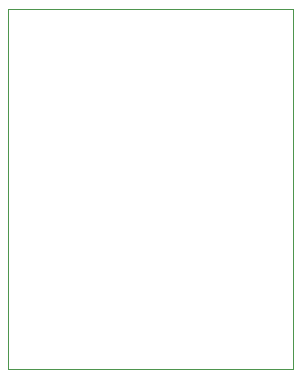
<source format=gm1>
G04 #@! TF.GenerationSoftware,KiCad,Pcbnew,7.0.10*
G04 #@! TF.CreationDate,2024-02-09T12:47:37+11:00*
G04 #@! TF.ProjectId,PIC16F15214 Debugger,50494331-3646-4313-9532-313420446562,1.0-A*
G04 #@! TF.SameCoordinates,Original*
G04 #@! TF.FileFunction,Profile,NP*
%FSLAX46Y46*%
G04 Gerber Fmt 4.6, Leading zero omitted, Abs format (unit mm)*
G04 Created by KiCad (PCBNEW 7.0.10) date 2024-02-09 12:47:37*
%MOMM*%
%LPD*%
G01*
G04 APERTURE LIST*
G04 #@! TA.AperFunction,Profile*
%ADD10C,0.100000*%
G04 #@! TD*
G04 APERTURE END LIST*
D10*
X133365129Y-82550000D02*
X157495129Y-82550000D01*
X157495129Y-113030000D01*
X133365129Y-113030000D01*
X133365129Y-82550000D01*
M02*

</source>
